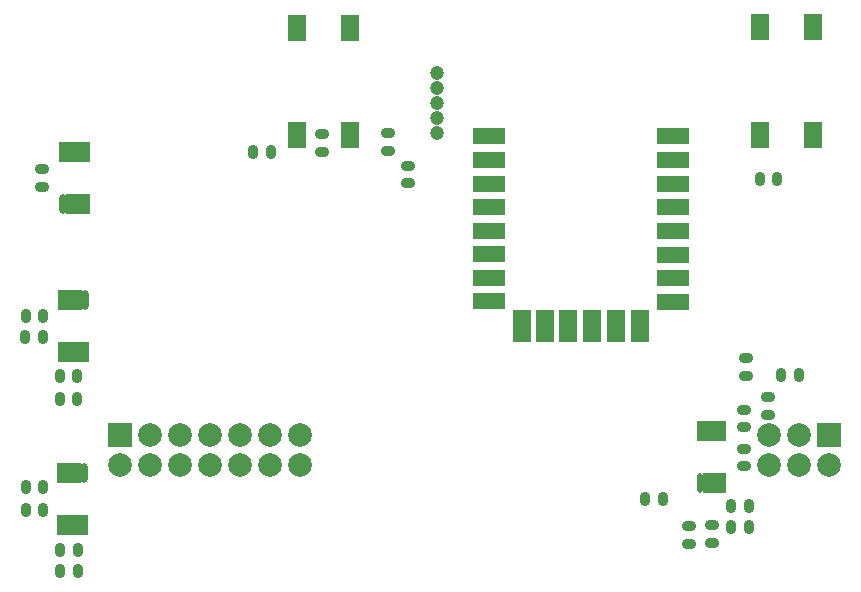
<source format=gts>
%FSDAX24Y24*%
%MOIN*%
%SFA1B1*%

%IPPOS*%
%AMD28*
4,1,8,0.005900,0.021700,-0.005900,0.021700,-0.015800,0.011800,-0.015800,-0.011800,-0.005900,-0.021700,0.005900,-0.021700,0.015800,-0.011800,0.015800,0.011800,0.005900,0.021700,0.0*
1,1,0.019800,0.005900,0.011800*
1,1,0.019800,-0.005900,0.011800*
1,1,0.019800,-0.005900,-0.011800*
1,1,0.019800,0.005900,-0.011800*
%
%AMD29*
4,1,8,0.021700,-0.005900,0.021700,0.005900,0.011800,0.015800,-0.011800,0.015800,-0.021700,0.005900,-0.021700,-0.005900,-0.011800,-0.015800,0.011800,-0.015800,0.021700,-0.005900,0.0*
1,1,0.019800,0.011800,-0.005900*
1,1,0.019800,0.011800,0.005900*
1,1,0.019800,-0.011800,0.005900*
1,1,0.019800,-0.011800,-0.005900*
%
G04~CAMADD=28~8~0.0~0.0~316.0~434.0~99.0~0.0~15~0.0~0.0~0.0~0.0~0~0.0~0.0~0.0~0.0~0~0.0~0.0~0.0~0.0~316.0~434.0*
%ADD28D28*%
G04~CAMADD=29~8~0.0~0.0~316.0~434.0~99.0~0.0~15~0.0~0.0~0.0~0.0~0~0.0~0.0~0.0~0.0~0~0.0~0.0~0.0~270.0~434.0~316.0*
%ADD29D29*%
%ADD30O,0.025700X0.065100*%
%ADD31R,0.025700X0.065100*%
%ADD32R,0.063100X0.090700*%
%ADD33R,0.108000X0.053000*%
%ADD34R,0.063000X0.108000*%
%ADD35R,0.019800X0.065100*%
%ADD36O,0.019800X0.065100*%
%ADD37C,0.078900*%
%ADD38R,0.078900X0.078900*%
%ADD39C,0.047400*%
%LNuppsense-1*%
%LPD*%
G54D28*
X029902Y023031D03*
X029311D03*
X008665Y029130D03*
X009255D03*
X008653Y028428D03*
X009244D03*
X008668Y023427D03*
X009259D03*
X008668Y022677D03*
X009259D03*
X009803Y026378D03*
X010394D03*
X009803Y027126D03*
X010394D03*
X009818Y020627D03*
X010409D03*
X009818Y021327D03*
X010409D03*
X033720Y033701D03*
X033130D03*
X016240Y034606D03*
X016831D03*
X032185Y022098D03*
X032776D03*
X032185Y022807D03*
X032776D03*
X033858Y027165D03*
X034449D03*
G54D29*
X009213Y033445D03*
Y034035D03*
X032598Y024126D03*
Y024717D03*
X020748Y035236D03*
Y034646D03*
X021417Y034154D03*
Y033563D03*
X018543Y034606D03*
Y035197D03*
X033425Y026437D03*
Y025846D03*
X032598Y026016D03*
Y025425D03*
X031535Y022157D03*
Y021567D03*
X030787Y022138D03*
Y021547D03*
X032677Y027146D03*
Y027736D03*
G54D30*
X009902Y032874D03*
X010660Y029660D03*
X010625Y023909D03*
G54D31*
X010157Y032874D03*
X010413D03*
X010669D03*
Y034606D03*
X010413D03*
X010167D03*
X009911D03*
X010404Y029660D03*
X010148D03*
X009893D03*
Y027928D03*
X010148D03*
X010404D03*
X010660D03*
X010369Y023909D03*
X010113D03*
X009857D03*
Y022177D03*
X010113D03*
X010369D03*
X010625D03*
G54D32*
X017696Y038752D03*
X019468D03*
Y035170D03*
X017696D03*
X033130Y038760D03*
X034902D03*
Y035177D03*
X033130D03*
G54D33*
X024096Y035123D03*
Y034343D03*
Y033553D03*
Y032773D03*
Y031973D03*
Y031193D03*
Y030413D03*
Y029623D03*
X030246Y029613D03*
Y030403D03*
Y031183D03*
X030236Y031973D03*
Y032763D03*
Y033543D03*
Y035123D03*
Y034343D03*
G54D34*
X025196Y028803D03*
X025976D03*
X026756D03*
X027556D03*
X028336D03*
X029136D03*
G54D35*
X031136Y025296D03*
X031333D03*
X031530D03*
X031727D03*
X031924D03*
Y023563D03*
X031727D03*
X031530D03*
X031333D03*
G54D36*
X031136Y023563D03*
G54D37*
X033433Y024185D03*
Y025185D03*
X034433Y024185D03*
Y025185D03*
X035433Y024185D03*
X017811Y025185D03*
Y024185D03*
X016811Y025185D03*
Y024185D03*
X011811D03*
X012811Y025185D03*
Y024185D03*
X013811Y025185D03*
Y024185D03*
X014811D03*
Y025185D03*
X015811Y024185D03*
Y025185D03*
G54D38*
X035433Y025185D03*
X011811D03*
G54D39*
X022362Y035248D03*
Y035748D03*
Y036248D03*
Y036748D03*
Y037248D03*
M02*
</source>
